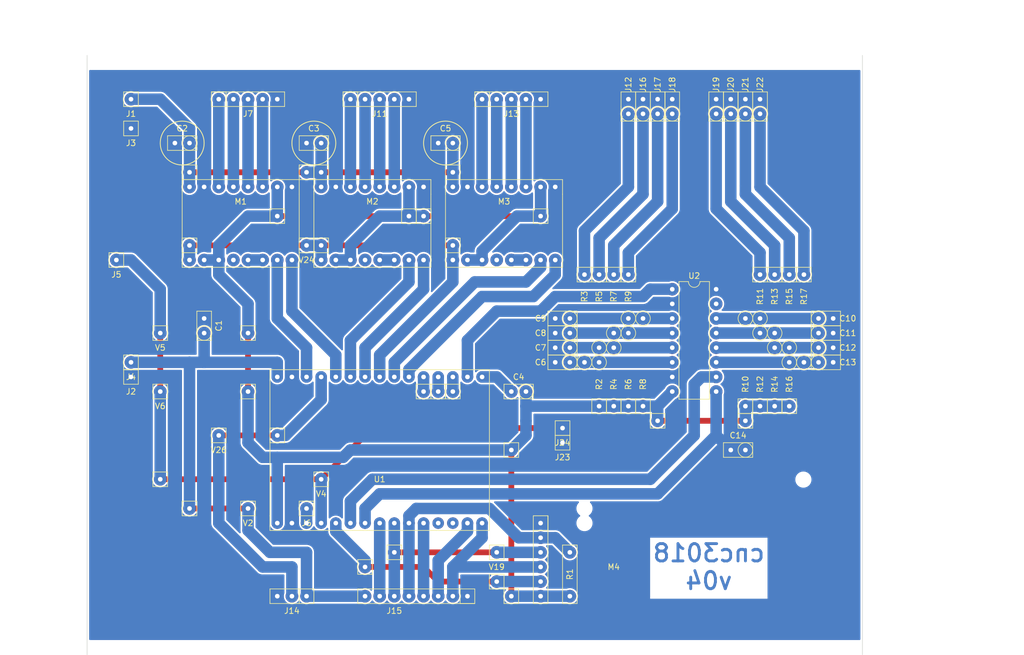
<source format=kicad_pcb>
(kicad_pcb (version 20171130) (host pcbnew "(5.1.6)-1")
  (layers (0 F.Cu signal) (31 B.Cu signal) (34 B.Paste user hide) (35 F.Paste user hide) (36 B.SilkS user hide) (37 F.SilkS user) (38 B.Mask user) (39 F.Mask user) (44 Edge.Cuts user))
  (net 0 "")
  (net 1 "Net-(C1-Pad1)")
  (net 2 "Net-(C1-Pad2)")
  (net 3 "Net-(C2-Pad1)")
  (net 4 "Net-(C4-Pad1)")
  (net 5 "Net-(C4-Pad2)")
  (net 6 "Net-(C6-Pad1)")
  (net 7 "Net-(C7-Pad1)")
  (net 8 "Net-(C8-Pad1)")
  (net 9 "Net-(C9-Pad1)")
  (net 10 "Net-(C10-Pad1)")
  (net 11 "Net-(C11-Pad1)")
  (net 12 "Net-(C12-Pad1)")
  (net 13 "Net-(C13-Pad1)")
  (net 14 "Net-(J6-Pad1)")
  (net 15 "Net-(J7-Pad1)")
  (net 16 "Net-(J7-Pad2)")
  (net 17 "Net-(J7-Pad3)")
  (net 18 "Net-(J7-Pad4)")
  (net 19 "Net-(J8-Pad1)")
  (net 20 "Net-(J9-Pad1)")
  (net 21 "Net-(J10-Pad1)")
  (net 22 "Net-(J11-Pad4)")
  (net 23 "Net-(J11-Pad3)")
  (net 24 "Net-(J11-Pad2)")
  (net 25 "Net-(J11-Pad1)")
  (net 26 "Net-(J12-Pad1)")
  (net 27 "Net-(J13-Pad1)")
  (net 28 "Net-(J13-Pad2)")
  (net 29 "Net-(J13-Pad3)")
  (net 30 "Net-(J13-Pad4)")
  (net 31 "Net-(J14-Pad2)")
  (net 32 "Net-(J15-Pad2)")
  (net 33 "Net-(J15-Pad3)")
  (net 34 "Net-(J15-Pad4)")
  (net 35 "Net-(J15-Pad5)")
  (net 36 "Net-(J15-Pad6)")
  (net 37 "Net-(J15-Pad7)")
  (net 38 "Net-(J16-Pad1)")
  (net 39 "Net-(J17-Pad1)")
  (net 40 "Net-(J18-Pad1)")
  (net 41 "Net-(J19-Pad1)")
  (net 42 "Net-(J20-Pad1)")
  (net 43 "Net-(J21-Pad1)")
  (net 44 "Net-(J22-Pad1)")
  (net 45 "Net-(M1-Pad1)")
  (net 46 "Net-(M1-Pad2)")
  (net 47 "Net-(M1-Pad3)")
  (net 48 "Net-(M1-Pad5)")
  (net 49 "Net-(M1-Pad8)")
  (net 50 "Net-(M2-Pad1)")
  (net 51 "Net-(M2-Pad2)")
  (net 52 "Net-(M2-Pad3)")
  (net 53 "Net-(M2-Pad5)")
  (net 54 "Net-(M3-Pad5)")
  (net 55 "Net-(M3-Pad3)")
  (net 56 "Net-(M3-Pad2)")
  (net 57 "Net-(M3-Pad1)")
  (net 58 "Net-(M4-Pad5)")
  (net 59 "Net-(U1-Pad14)")
  (net 60 "Net-(U1-Pad18)")
  (net 61 "Net-(U1-Pad19)")
  (net 62 "Net-(U1-Pad25)")
  (net 63 "Net-(U2-Pad15)")
  (net 64 "Net-(J24-Pad1)")
  (net 65 "Net-(C14-Pad2)")
  (module cnc3018-PCB:ESP32-DEV_0 (layer F.Cu) (at 53.34 -33.02)
    (fp_text reference U1 (at 0 5.08) (layer F.SilkS))
    (fp_text value ESP32_DEV_0)
    (pad 30 thru_hole circle (at -17.78 12.7) (size 2 2) (drill 0.8) (layers *.Cu *.Mask) (net 4 "Net-(C4-Pad1)"))
    (pad 29 thru_hole circle (at -15.24 12.7) (size 2 2) (drill 0.8) (layers *.Cu *.Mask) (net 2 "Net-(C1-Pad2)"))
    (pad 28 thru_hole circle (at -12.7 12.7) (size 2 2) (drill 0.8) (layers *.Cu *.Mask) (net 14 "Net-(J6-Pad1)"))
    (pad 27 thru_hole circle (at -10.16 12.7) (size 2 2) (drill 0.8) (layers *.Cu *.Mask) (net 64 "Net-(J24-Pad1)"))
    (pad 26 thru_hole circle (at -7.62 12.7) (size 2 2) (drill 0.8) (layers *.Cu *.Mask) (net 58 "Net-(M4-Pad5)"))
    (pad 25 thru_hole circle (at -5.08 12.7) (size 2 2) (drill 0.8) (layers *.Cu *.Mask) (net 62 "Net-(U1-Pad25)"))
    (pad 24 thru_hole circle (at -2.54 12.7) (size 2 2) (drill 0.8) (layers *.Cu *.Mask) (net 65 "Net-(C14-Pad2)"))
    (pad 23 thru_hole circle (at 0 12.7) (size 2 2) (drill 0.8) (layers *.Cu *.Mask) (net 37 "Net-(J15-Pad7)"))
    (pad 22 thru_hole circle (at 2.54 12.7) (size 2 2) (drill 0.8) (layers *.Cu *.Mask) (net 36 "Net-(J15-Pad6)"))
    (pad 21 thru_hole circle (at 5.08 12.7) (size 2 2) (drill 0.8) (layers *.Cu *.Mask) (net 35 "Net-(J15-Pad5)"))
    (pad 20 thru_hole circle (at 7.62 12.7) (size 2 2) (drill 0.8) (layers *.Cu *.Mask) (net 34 "Net-(J15-Pad4)"))
    (pad 19 thru_hole circle (at 10.16 12.7) (size 2 2) (drill 0.8) (layers *.Cu *.Mask) (net 61 "Net-(U1-Pad19)"))
    (pad 18 thru_hole circle (at 12.7 12.7) (size 2 2) (drill 0.8) (layers *.Cu *.Mask) (net 60 "Net-(U1-Pad18)"))
    (pad 17 thru_hole circle (at 15.24 12.7) (size 2 2) (drill 0.8) (layers *.Cu *.Mask) (net 33 "Net-(J15-Pad3)"))
    (pad 16 thru_hole circle (at 17.78 12.7) (size 2 2) (drill 0.8) (layers *.Cu *.Mask) (net 32 "Net-(J15-Pad2)"))
    (pad 15 thru_hole circle (at 17.78 -12.7) (size 2 2) (drill 0.8) (layers *.Cu *.Mask) (net 5 "Net-(C4-Pad2)"))
    (pad 14 thru_hole circle (at 15.24 -12.7) (size 2 2) (drill 0.8) (layers *.Cu *.Mask) (net 59 "Net-(U1-Pad14)"))
    (pad 13 thru_hole circle (at 12.7 -12.7) (size 2 2) (drill 0.8) (layers *.Cu *.Mask) (net 21 "Net-(J10-Pad1)"))
    (pad 12 thru_hole circle (at 10.16 -12.7) (size 2 2) (drill 0.8) (layers *.Cu *.Mask) (net 20 "Net-(J9-Pad1)"))
    (pad 11 thru_hole circle (at 7.62 -12.7) (size 2 2) (drill 0.8) (layers *.Cu *.Mask) (net 19 "Net-(J8-Pad1)"))
    (pad 10 thru_hole circle (at 5.08 -12.7) (size 2 2) (drill 0.8) (layers *.Cu *.Mask) (net 57 "Net-(M3-Pad1)"))
    (pad 9 thru_hole circle (at 2.54 -12.7) (size 2 2) (drill 0.8) (layers *.Cu *.Mask) (net 56 "Net-(M3-Pad2)"))
    (pad 8 thru_hole circle (at 0 -12.7) (size 2 2) (drill 0.8) (layers *.Cu *.Mask) (net 49 "Net-(M1-Pad8)"))
    (pad 7 thru_hole circle (at -2.54 -12.7) (size 2 2) (drill 0.8) (layers *.Cu *.Mask) (net 50 "Net-(M2-Pad1)"))
    (pad 6 thru_hole circle (at -5.08 -12.7) (size 2 2) (drill 0.8) (layers *.Cu *.Mask) (net 51 "Net-(M2-Pad2)"))
    (pad 5 thru_hole circle (at -7.62 -12.7) (size 2 2) (drill 0.8) (layers *.Cu *.Mask) (net 45 "Net-(M1-Pad1)"))
    (pad 4 thru_hole circle (at -10.16 -12.7) (size 2 2) (drill 0.8) (layers *.Cu *.Mask) (net 31 "Net-(J14-Pad2)"))
    (pad 3 thru_hole circle (at -12.7 -12.7) (size 2 2) (drill 0.8) (layers *.Cu *.Mask) (net 46 "Net-(M1-Pad2)"))
    (pad 2 thru_hole circle (at -15.24 -12.7) (size 2 2) (drill 0.8) (layers *.Cu *.Mask) (net 2 "Net-(C1-Pad2)"))
    (pad 1 thru_hole circle (at -17.78 -12.7) (size 2 2) (drill 0.8) (layers *.Cu *.Mask) (net 1 "Net-(C1-Pad1)"))
  )
  (module cnc3018-PCB:my2pin (layer F.Cu) (at 22.86 -53.34 90)
    (fp_text reference C1 (at 1.27 2.54 90) (layer F.SilkS))
    (fp_text value 33uf)
    (pad 1 thru_hole circle (at 0 0 90) (size 2.2 2.2) (drill 0.8) (layers *.Cu *.Mask) (net 1 "Net-(C1-Pad1)"))
    (pad 2 thru_hole circle (at 2.54 0 90) (size 2.2 2.2) (drill 0.8) (layers *.Cu *.Mask) (net 2 "Net-(C1-Pad2)"))
  )
  (module cnc3018-PCB:my2pin (layer F.Cu) (at 20.32 -86.36 180)
    (fp_text reference C2 (at 1.27 2.54) (layer F.SilkS))
    (fp_text value 100uf)
    (pad 1 thru_hole circle (at 0 0 180) (size 2.2 2.2) (drill 0.8) (layers *.Cu *.Mask) (net 3 "Net-(C2-Pad1)"))
    (pad 2 thru_hole circle (at 2.54 0 180) (size 2.2 2.2) (drill 0.8) (layers *.Cu *.Mask) (net 2 "Net-(C1-Pad2)"))
  )
  (module cnc3018-PCB:my2pin (layer F.Cu) (at 43.18 -86.36 180)
    (fp_text reference C3 (at 1.27 2.54) (layer F.SilkS))
    (fp_text value 100uf)
    (pad 2 thru_hole circle (at 2.54 0 180) (size 2.2 2.2) (drill 0.8) (layers *.Cu *.Mask) (net 2 "Net-(C1-Pad2)"))
    (pad 1 thru_hole circle (at 0 0 180) (size 2.2 2.2) (drill 0.8) (layers *.Cu *.Mask) (net 3 "Net-(C2-Pad1)"))
  )
  (module cnc3018-PCB:my2pin (layer F.Cu) (at 78.74 -43.18 180)
    (fp_text reference C4 (at 1.27 2.54) (layer F.SilkS))
    (fp_text value 10uF)
    (pad 1 thru_hole circle (at 0 0 180) (size 2.2 2.2) (drill 0.8) (layers *.Cu *.Mask) (net 4 "Net-(C4-Pad1)"))
    (pad 2 thru_hole circle (at 2.54 0 180) (size 2.2 2.2) (drill 0.8) (layers *.Cu *.Mask) (net 5 "Net-(C4-Pad2)"))
  )
  (module cnc3018-PCB:my2pin (layer F.Cu) (at 66.04 -86.36 180)
    (fp_text reference C5 (at 1.27 2.54) (layer F.SilkS))
    (fp_text value 100uf)
    (pad 1 thru_hole circle (at 0 0 180) (size 2.2 2.2) (drill 0.8) (layers *.Cu *.Mask) (net 3 "Net-(C2-Pad1)"))
    (pad 2 thru_hole circle (at 2.54 0 180) (size 2.2 2.2) (drill 0.8) (layers *.Cu *.Mask) (net 2 "Net-(C1-Pad2)"))
  )
  (module cnc3018-PCB:my2pin (layer F.Cu) (at 86.36 -48.26 180)
    (fp_text reference C6 (at 5.08 0) (layer F.SilkS))
    (fp_text value 100nf)
    (pad 1 thru_hole circle (at 0 0 180) (size 2.2 2.2) (drill 0.8) (layers *.Cu *.Mask) (net 6 "Net-(C6-Pad1)"))
    (pad 2 thru_hole circle (at 2.54 0 180) (size 2.2 2.2) (drill 0.8) (layers *.Cu *.Mask) (net 2 "Net-(C1-Pad2)"))
  )
  (module cnc3018-PCB:my2pin (layer F.Cu) (at 86.36 -50.8 180)
    (fp_text reference C7 (at 5.08 0) (layer F.SilkS))
    (fp_text value 100nf)
    (pad 2 thru_hole circle (at 2.54 0 180) (size 2.2 2.2) (drill 0.8) (layers *.Cu *.Mask) (net 2 "Net-(C1-Pad2)"))
    (pad 1 thru_hole circle (at 0 0 180) (size 2.2 2.2) (drill 0.8) (layers *.Cu *.Mask) (net 7 "Net-(C7-Pad1)"))
  )
  (module cnc3018-PCB:my2pin (layer F.Cu) (at 86.36 -53.34 180)
    (fp_text reference C8 (at 5.08 0) (layer F.SilkS))
    (fp_text value 100nf)
    (pad 1 thru_hole circle (at 0 0 180) (size 2.2 2.2) (drill 0.8) (layers *.Cu *.Mask) (net 8 "Net-(C8-Pad1)"))
    (pad 2 thru_hole circle (at 2.54 0 180) (size 2.2 2.2) (drill 0.8) (layers *.Cu *.Mask) (net 2 "Net-(C1-Pad2)"))
  )
  (module cnc3018-PCB:my2pin (layer F.Cu) (at 86.36 -55.88 180)
    (fp_text reference C9 (at 5.08 0) (layer F.SilkS))
    (fp_text value 100nf)
    (pad 2 thru_hole circle (at 2.54 0 180) (size 2.2 2.2) (drill 0.8) (layers *.Cu *.Mask) (net 2 "Net-(C1-Pad2)"))
    (pad 1 thru_hole circle (at 0 0 180) (size 2.2 2.2) (drill 0.8) (layers *.Cu *.Mask) (net 9 "Net-(C9-Pad1)"))
  )
  (module cnc3018-PCB:my2pin (layer F.Cu) (at 129.54 -55.88)
    (fp_text reference C10 (at 5.08 0) (layer F.SilkS))
    (fp_text value 100nf)
    (pad 1 thru_hole circle (at 0 0) (size 2.2 2.2) (drill 0.8) (layers *.Cu *.Mask) (net 10 "Net-(C10-Pad1)"))
    (pad 2 thru_hole circle (at 2.54 0) (size 2.2 2.2) (drill 0.8) (layers *.Cu *.Mask) (net 2 "Net-(C1-Pad2)"))
  )
  (module cnc3018-PCB:my2pin (layer F.Cu) (at 129.54 -53.34)
    (fp_text reference C11 (at 5.08 0) (layer F.SilkS))
    (fp_text value 100nf)
    (pad 2 thru_hole circle (at 2.54 0) (size 2.2 2.2) (drill 0.8) (layers *.Cu *.Mask) (net 2 "Net-(C1-Pad2)"))
    (pad 1 thru_hole circle (at 0 0) (size 2.2 2.2) (drill 0.8) (layers *.Cu *.Mask) (net 11 "Net-(C11-Pad1)"))
  )
  (module cnc3018-PCB:my2pin (layer F.Cu) (at 129.54 -50.8)
    (fp_text reference C12 (at 5.08 0) (layer F.SilkS))
    (fp_text value 100nf)
    (pad 1 thru_hole circle (at 0 0) (size 2.2 2.2) (drill 0.8) (layers *.Cu *.Mask) (net 12 "Net-(C12-Pad1)"))
    (pad 2 thru_hole circle (at 2.54 0) (size 2.2 2.2) (drill 0.8) (layers *.Cu *.Mask) (net 2 "Net-(C1-Pad2)"))
  )
  (module cnc3018-PCB:my2pin (layer F.Cu) (at 129.54 -48.26)
    (fp_text reference C13 (at 5.08 0) (layer F.SilkS))
    (fp_text value 100nf)
    (pad 2 thru_hole circle (at 2.54 0) (size 2.2 2.2) (drill 0.8) (layers *.Cu *.Mask) (net 2 "Net-(C1-Pad2)"))
    (pad 1 thru_hole circle (at 0 0) (size 2.2 2.2) (drill 0.8) (layers *.Cu *.Mask) (net 13 "Net-(C13-Pad1)"))
  )
  (module cnc3018-PCB:my1pin (layer F.Cu) (at 10.16 -93.98)
    (fp_text reference J1 (at 0 2.54) (layer F.SilkS))
    (fp_text value 24V)
    (pad 1 thru_hole circle (at 0 0) (size 2.2 2.2) (drill 0.8) (layers *.Cu *.Mask) (net 3 "Net-(C2-Pad1)"))
  )
  (module cnc3018-PCB:my1pin (layer F.Cu) (at 10.16 -45.72)
    (fp_text reference J2 (at 0 2.54) (layer F.SilkS))
    (fp_text value GND)
    (pad 1 thru_hole circle (at 0 0) (size 2.2 2.2) (drill 0.8) (layers *.Cu *.Mask) (net 2 "Net-(C1-Pad2)"))
  )
  (module cnc3018-PCB:my1pin (layer F.Cu) (at 10.16 -88.9)
    (fp_text reference J3 (at 0 2.54) (layer F.SilkS))
    (fp_text value GND)
    (pad 1 thru_hole circle (at 0 0) (size 2.2 2.2) (drill 0.8) (layers *.Cu *.Mask) (net 2 "Net-(C1-Pad2)"))
  )
  (module cnc3018-PCB:my1pin (layer F.Cu) (at 10.16 -48.26)
    (fp_text reference J4 (at 0 2.54) (layer F.SilkS))
    (fp_text value 5V)
    (pad 1 thru_hole circle (at 0 0) (size 2.2 2.2) (drill 0.8) (layers *.Cu *.Mask) (net 1 "Net-(C1-Pad1)"))
  )
  (module cnc3018-PCB:my1pin (layer F.Cu) (at 7.62 -66.04)
    (fp_text reference J5 (at 0 2.54) (layer F.SilkS))
    (fp_text value SPIN)
    (pad 1 thru_hole circle (at 0 0) (size 2.2 2.2) (drill 0.8) (layers *.Cu *.Mask) (net 64 "Net-(J24-Pad1)"))
  )
  (module cnc3018-PCB:my1pin (layer F.Cu) (at 40.64 -22.86)
    (fp_text reference J6 (at 0 2.54) (layer F.SilkS))
    (fp_text value bbb hide)
    (pad 1 thru_hole circle (at 0 0) (size 2.2 2.2) (drill 0.8) (layers *.Cu *.Mask) (net 14 "Net-(J6-Pad1)"))
  )
  (module cnc3018-PCB:my5Pin (layer F.Cu) (at 30.48 -93.98)
    (fp_text reference J7 (at 0 2.54) (layer F.SilkS))
    (fp_text value X)
    (pad 1 thru_hole circle (at -5.08 0) (size 2.2 2.2) (drill 0.8) (layers *.Cu *.Mask) (net 15 "Net-(J7-Pad1)"))
    (pad 2 thru_hole circle (at -2.54 0) (size 2.2 2.2) (drill 0.8) (layers *.Cu *.Mask) (net 16 "Net-(J7-Pad2)"))
    (pad 3 thru_hole circle (at 0 0) (size 2.2 2.2) (drill 0.8) (layers *.Cu *.Mask) (net 17 "Net-(J7-Pad3)"))
    (pad 4 thru_hole circle (at 2.54 0) (size 2.2 2.2) (drill 0.8) (layers *.Cu *.Mask) (net 18 "Net-(J7-Pad4)"))
    (pad 5 thru_hole circle (at 5.08 0) (size 2.2 2.2) (drill 0.8) (layers *.Cu *.Mask) (net 2 "Net-(C1-Pad2)"))
  )
  (module cnc3018-PCB:my1pin (layer F.Cu) (at 60.96 -43.18)
    (fp_text reference J8 hide)
    (fp_text value bbb hide)
    (pad 1 thru_hole circle (at 0 0) (size 2.2 2.2) (drill 0.8) (layers *.Cu *.Mask) (net 19 "Net-(J8-Pad1)"))
  )
  (module cnc3018-PCB:my1pin (layer F.Cu) (at 63.5 -43.18)
    (fp_text reference J9 hide)
    (fp_text value bbb hide)
    (pad 1 thru_hole circle (at 0 0) (size 2.2 2.2) (drill 0.8) (layers *.Cu *.Mask) (net 20 "Net-(J9-Pad1)"))
  )
  (module cnc3018-PCB:my1pin (layer F.Cu) (at 66.04 -43.18)
    (fp_text reference J10 hide)
    (fp_text value bbb hide)
    (pad 1 thru_hole circle (at 0 0) (size 2.2 2.2) (drill 0.8) (layers *.Cu *.Mask) (net 21 "Net-(J10-Pad1)"))
  )
  (module cnc3018-PCB:my5Pin (layer F.Cu) (at 53.34 -93.98)
    (fp_text reference J11 (at 0 2.54) (layer F.SilkS))
    (fp_text value Y)
    (pad 5 thru_hole circle (at 5.08 0) (size 2.2 2.2) (drill 0.8) (layers *.Cu *.Mask) (net 2 "Net-(C1-Pad2)"))
    (pad 4 thru_hole circle (at 2.54 0) (size 2.2 2.2) (drill 0.8) (layers *.Cu *.Mask) (net 22 "Net-(J11-Pad4)"))
    (pad 3 thru_hole circle (at 0 0) (size 2.2 2.2) (drill 0.8) (layers *.Cu *.Mask) (net 23 "Net-(J11-Pad3)"))
    (pad 2 thru_hole circle (at -2.54 0) (size 2.2 2.2) (drill 0.8) (layers *.Cu *.Mask) (net 24 "Net-(J11-Pad2)"))
    (pad 1 thru_hole circle (at -5.08 0) (size 2.2 2.2) (drill 0.8) (layers *.Cu *.Mask) (net 25 "Net-(J11-Pad1)"))
  )
  (module cnc3018-PCB:my2pin (layer F.Cu) (at 96.52 -91.44 90)
    (fp_text reference J12 (at 5.08 0 90) (layer F.SilkS))
    (fp_text value X_ZERO)
    (pad 2 thru_hole circle (at 2.54 0 90) (size 2.2 2.2) (drill 0.8) (layers *.Cu *.Mask) (net 2 "Net-(C1-Pad2)"))
    (pad 1 thru_hole circle (at 0 0 90) (size 2.2 2.2) (drill 0.8) (layers *.Cu *.Mask) (net 26 "Net-(J12-Pad1)"))
  )
  (module cnc3018-PCB:my5Pin (layer F.Cu) (at 76.2 -93.98)
    (fp_text reference J13 (at 0 2.54) (layer F.SilkS))
    (fp_text value Z)
    (pad 1 thru_hole circle (at -5.08 0) (size 2.2 2.2) (drill 0.8) (layers *.Cu *.Mask) (net 27 "Net-(J13-Pad1)"))
    (pad 2 thru_hole circle (at -2.54 0) (size 2.2 2.2) (drill 0.8) (layers *.Cu *.Mask) (net 28 "Net-(J13-Pad2)"))
    (pad 3 thru_hole circle (at 0 0) (size 2.2 2.2) (drill 0.8) (layers *.Cu *.Mask) (net 29 "Net-(J13-Pad3)"))
    (pad 4 thru_hole circle (at 2.54 0) (size 2.2 2.2) (drill 0.8) (layers *.Cu *.Mask) (net 30 "Net-(J13-Pad4)"))
    (pad 5 thru_hole circle (at 5.08 0) (size 2.2 2.2) (drill 0.8) (layers *.Cu *.Mask) (net 2 "Net-(C1-Pad2)"))
  )
  (module cnc3018-PCB:my3pin (layer F.Cu) (at 38.1 -7.62 180)
    (fp_text reference J14 (at 0 -2.54) (layer F.SilkS))
    (fp_text value "WS2812B Strip")
    (pad 1 thru_hole circle (at -2.54 0 180) (size 2.2 2.2) (drill 0.8) (layers *.Cu *.Mask) (net 1 "Net-(C1-Pad1)"))
    (pad 2 thru_hole circle (at 0 0 180) (size 2.2 2.2) (drill 0.8) (layers *.Cu *.Mask) (net 31 "Net-(J14-Pad2)"))
    (pad 3 thru_hole circle (at 2.54 0 180) (size 2.2 2.2) (drill 0.8) (layers *.Cu *.Mask) (net 2 "Net-(C1-Pad2)"))
  )
  (module cnc3018-PCB:my8Pin (layer F.Cu) (at 60.96 -7.62 180)
    (fp_text reference J15 (at 5.08 -2.54) (layer F.SilkS))
    (fp_text value Display)
    (pad 1 thru_hole circle (at -7.62 0 180) (size 2.2 2.2) (drill 0.8) (layers *.Cu *.Mask) (net 2 "Net-(C1-Pad2)"))
    (pad 2 thru_hole circle (at -5.08 0 180) (size 2.2 2.2) (drill 0.8) (layers *.Cu *.Mask) (net 32 "Net-(J15-Pad2)"))
    (pad 3 thru_hole circle (at -2.54 0 180) (size 2.2 2.2) (drill 0.8) (layers *.Cu *.Mask) (net 33 "Net-(J15-Pad3)"))
    (pad 4 thru_hole circle (at 0 0 180) (size 2.2 2.2) (drill 0.8) (layers *.Cu *.Mask) (net 34 "Net-(J15-Pad4)"))
    (pad 5 thru_hole circle (at 2.54 0 180) (size 2.2 2.2) (drill 0.8) (layers *.Cu *.Mask) (net 35 "Net-(J15-Pad5)"))
    (pad 6 thru_hole circle (at 5.08 0 180) (size 2.2 2.2) (drill 0.8) (layers *.Cu *.Mask) (net 36 "Net-(J15-Pad6)"))
    (pad 7 thru_hole circle (at 7.62 0 180) (size 2.2 2.2) (drill 0.8) (layers *.Cu *.Mask) (net 37 "Net-(J15-Pad7)"))
    (pad 8 thru_hole circle (at 10.16 0 180) (size 2.2 2.2) (drill 0.8) (layers *.Cu *.Mask) (net 1 "Net-(C1-Pad1)"))
  )
  (module cnc3018-PCB:my2pin (layer F.Cu) (at 99.06 -91.44 90)
    (fp_text reference J16 (at 5.08 0 90) (layer F.SilkS))
    (fp_text value X_LIM)
    (pad 1 thru_hole circle (at 0 0 90) (size 2.2 2.2) (drill 0.8) (layers *.Cu *.Mask) (net 38 "Net-(J16-Pad1)"))
    (pad 2 thru_hole circle (at 2.54 0 90) (size 2.2 2.2) (drill 0.8) (layers *.Cu *.Mask) (net 2 "Net-(C1-Pad2)"))
  )
  (module cnc3018-PCB:my2pin (layer F.Cu) (at 101.6 -91.44 90)
    (fp_text reference J17 (at 5.08 0 90) (layer F.SilkS))
    (fp_text value Y_ZERO)
    (pad 2 thru_hole circle (at 2.54 0 90) (size 2.2 2.2) (drill 0.8) (layers *.Cu *.Mask) (net 2 "Net-(C1-Pad2)"))
    (pad 1 thru_hole circle (at 0 0 90) (size 2.2 2.2) (drill 0.8) (layers *.Cu *.Mask) (net 39 "Net-(J17-Pad1)"))
  )
  (module cnc3018-PCB:my2pin (layer F.Cu) (at 104.14 -91.44 90)
    (fp_text reference J18 (at 5.08 0 90) (layer F.SilkS))
    (fp_text value Y_LIM)
    (pad 2 thru_hole circle (at 2.54 0 90) (size 2.2 2.2) (drill 0.8) (layers *.Cu *.Mask) (net 2 "Net-(C1-Pad2)"))
    (pad 1 thru_hole circle (at 0 0 90) (size 2.2 2.2) (drill 0.8) (layers *.Cu *.Mask) (net 40 "Net-(J18-Pad1)"))
  )
  (module cnc3018-PCB:my2pin (layer F.Cu) (at 111.76 -91.44 90)
    (fp_text reference J19 (at 5.08 0 90) (layer F.SilkS))
    (fp_text value Z_ZERO)
    (pad 2 thru_hole circle (at 2.54 0 90) (size 2.2 2.2) (drill 0.8) (layers *.Cu *.Mask) (net 2 "Net-(C1-Pad2)"))
    (pad 1 thru_hole circle (at 0 0 90) (size 2.2 2.2) (drill 0.8) (layers *.Cu *.Mask) (net 41 "Net-(J19-Pad1)"))
  )
  (module cnc3018-PCB:my2pin (layer F.Cu) (at 114.3 -91.44 90)
    (fp_text reference J20 (at 5.08 0 90) (layer F.SilkS))
    (fp_text value Z_LIM)
    (pad 1 thru_hole circle (at 0 0 90) (size 2.2 2.2) (drill 0.8) (layers *.Cu *.Mask) (net 42 "Net-(J20-Pad1)"))
    (pad 2 thru_hole circle (at 2.54 0 90) (size 2.2 2.2) (drill 0.8) (layers *.Cu *.Mask) (net 2 "Net-(C1-Pad2)"))
  )
  (module cnc3018-PCB:my2pin (layer F.Cu) (at 116.84 -91.44 90)
    (fp_text reference J21 (at 5.08 0 90) (layer F.SilkS))
    (fp_text value PROBE)
    (pad 1 thru_hole circle (at 0 0 90) (size 2.2 2.2) (drill 0.8) (layers *.Cu *.Mask) (net 43 "Net-(J21-Pad1)"))
    (pad 2 thru_hole circle (at 2.54 0 90) (size 2.2 2.2) (drill 0.8) (layers *.Cu *.Mask) (net 2 "Net-(C1-Pad2)"))
  )
  (module cnc3018-PCB:my2pin (layer F.Cu) (at 119.38 -91.44 90)
    (fp_text reference J22 (at 5.08 0 90) (layer F.SilkS))
    (fp_text value UNUSED)
    (pad 2 thru_hole circle (at 2.54 0 90) (size 2.2 2.2) (drill 0.8) (layers *.Cu *.Mask) (net 2 "Net-(C1-Pad2)"))
    (pad 1 thru_hole circle (at 0 0 90) (size 2.2 2.2) (drill 0.8) (layers *.Cu *.Mask) (net 44 "Net-(J22-Pad1)"))
  )
  (module cnc3018-PCB:a498 (layer F.Cu) (at 30.48 -71.12 180)
    (fp_text reference M1 (at 1.27 5.08) (layer F.SilkS))
    (fp_text value A4988 hide)
    (pad 1 thru_hole circle (at -7.62 -5.08 180) (size 2.2 2.2) (drill 0.8) (layers *.Cu *.Mask) (net 45 "Net-(M1-Pad1)"))
    (pad 2 thru_hole circle (at -5.08 -5.08 180) (size 2.2 2.2) (drill 0.8) (layers *.Cu *.Mask) (net 46 "Net-(M1-Pad2)"))
    (pad 3 thru_hole circle (at -2.54 -5.08 180) (size 2.2 2.2) (drill 0.8) (layers *.Cu *.Mask) (net 47 "Net-(M1-Pad3)"))
    (pad 4 thru_hole circle (at 0 -5.08 180) (size 2.2 2.2) (drill 0.8) (layers *.Cu *.Mask) (net 47 "Net-(M1-Pad3)"))
    (pad 5 thru_hole circle (at 2.54 -5.08 180) (size 2.2 2.2) (drill 0.8) (layers *.Cu *.Mask) (net 48 "Net-(M1-Pad5)"))
    (pad 6 thru_hole circle (at 5.08 -5.08 180) (size 2.2 2.2) (drill 0.8) (layers *.Cu *.Mask) (net 4 "Net-(C4-Pad1)"))
    (pad 7 thru_hole circle (at 7.62 -5.08 180) (size 2.2 2.2) (drill 0.8) (layers *.Cu *.Mask) (net 4 "Net-(C4-Pad1)"))
    (pad 8 thru_hole circle (at 10.16 -5.08 180) (size 2.2 2.2) (drill 0.8) (layers *.Cu *.Mask) (net 49 "Net-(M1-Pad8)"))
    (pad 16 thru_hole circle (at -7.62 7.62 180) (size 2.2 2.2) (drill 0.8) (layers *.Cu *.Mask) (net 2 "Net-(C1-Pad2)"))
    (pad 15 thru_hole circle (at -5.08 7.62 180) (size 2.2 2.2) (drill 0.8) (layers *.Cu *.Mask) (net 4 "Net-(C4-Pad1)"))
    (pad 14 thru_hole circle (at -2.54 7.62 180) (size 2.2 2.2) (drill 0.8) (layers *.Cu *.Mask) (net 18 "Net-(J7-Pad4)"))
    (pad 13 thru_hole circle (at 0 7.62 180) (size 2.2 2.2) (drill 0.8) (layers *.Cu *.Mask) (net 17 "Net-(J7-Pad3)"))
    (pad 12 thru_hole circle (at 2.54 7.62 180) (size 2.2 2.2) (drill 0.8) (layers *.Cu *.Mask) (net 16 "Net-(J7-Pad2)"))
    (pad 11 thru_hole circle (at 5.08 7.62 180) (size 2.2 2.2) (drill 0.8) (layers *.Cu *.Mask) (net 15 "Net-(J7-Pad1)"))
    (pad 10 thru_hole circle (at 7.62 7.62 180) (size 2.2 2.2) (drill 0.8) (layers *.Cu *.Mask) (net 2 "Net-(C1-Pad2)"))
    (pad 9 thru_hole circle (at 10.16 7.62 180) (size 2.2 2.2) (drill 0.8) (layers *.Cu *.Mask) (net 3 "Net-(C2-Pad1)"))
  )
  (module cnc3018-PCB:a498 (layer F.Cu) (at 53.34 -71.12 180)
    (fp_text reference M2 (at 1.27 5.08) (layer F.SilkS))
    (fp_text value A4988 hide)
    (pad 1 thru_hole circle (at -7.62 -5.08 180) (size 2.2 2.2) (drill 0.8) (layers *.Cu *.Mask) (net 50 "Net-(M2-Pad1)"))
    (pad 2 thru_hole circle (at -5.08 -5.08 180) (size 2.2 2.2) (drill 0.8) (layers *.Cu *.Mask) (net 51 "Net-(M2-Pad2)"))
    (pad 3 thru_hole circle (at -2.54 -5.08 180) (size 2.2 2.2) (drill 0.8) (layers *.Cu *.Mask) (net 52 "Net-(M2-Pad3)"))
    (pad 4 thru_hole circle (at 0 -5.08 180) (size 2.2 2.2) (drill 0.8) (layers *.Cu *.Mask) (net 52 "Net-(M2-Pad3)"))
    (pad 5 thru_hole circle (at 2.54 -5.08 180) (size 2.2 2.2) (drill 0.8) (layers *.Cu *.Mask) (net 53 "Net-(M2-Pad5)"))
    (pad 6 thru_hole circle (at 5.08 -5.08 180) (size 2.2 2.2) (drill 0.8) (layers *.Cu *.Mask) (net 4 "Net-(C4-Pad1)"))
    (pad 7 thru_hole circle (at 7.62 -5.08 180) (size 2.2 2.2) (drill 0.8) (layers *.Cu *.Mask) (net 4 "Net-(C4-Pad1)"))
    (pad 8 thru_hole circle (at 10.16 -5.08 180) (size 2.2 2.2) (drill 0.8) (layers *.Cu *.Mask) (net 49 "Net-(M1-Pad8)"))
    (pad 16 thru_hole circle (at -7.62 7.62 180) (size 2.2 2.2) (drill 0.8) (layers *.Cu *.Mask) (net 2 "Net-(C1-Pad2)"))
    (pad 15 thru_hole circle (at -5.08 7.62 180) (size 2.2 2.2) (drill 0.8) (layers *.Cu *.Mask) (net 4 "Net-(C4-Pad1)"))
    (pad 14 thru_hole circle (at -2.54 7.62 180) (size 2.2 2.2) (drill 0.8) (layers *.Cu *.Mask) (net 22 "Net-(J11-Pad4)"))
    (pad 13 thru_hole circle (at 0 7.62 180) (size 2.2 2.2) (drill 0.8) (layers *.Cu *.Mask) (net 23 "Net-(J11-Pad3)"))
    (pad 12 thru_hole circle (at 2.54 7.62 180) (size 2.2 2.2) (drill 0.8) (layers *.Cu *.Mask) (net 24 "Net-(J11-Pad2)"))
    (pad 11 thru_hole circle (at 5.08 7.62 180) (size 2.2 2.2) (drill 0.8) (layers *.Cu *.Mask) (net 25 "Net-(J11-Pad1)"))
    (pad 10 thru_hole circle (at 7.62 7.62 180) (size 2.2 2.2) (drill 0.8) (layers *.Cu *.Mask) (net 2 "Net-(C1-Pad2)"))
    (pad 9 thru_hole circle (at 10.16 7.62 180) (size 2.2 2.2) (drill 0.8) (layers *.Cu *.Mask) (net 3 "Net-(C2-Pad1)"))
  )
  (module cnc3018-PCB:a498 (layer F.Cu) (at 76.2 -71.12 180)
    (fp_text reference M3 (at 1.27 5.08) (layer F.SilkS))
    (fp_text value A4988)
    (pad 9 thru_hole circle (at 10.16 7.62 180) (size 2.2 2.2) (drill 0.8) (layers *.Cu *.Mask) (net 3 "Net-(C2-Pad1)"))
    (pad 10 thru_hole circle (at 7.62 7.62 180) (size 2.2 2.2) (drill 0.8) (layers *.Cu *.Mask) (net 2 "Net-(C1-Pad2)"))
    (pad 11 thru_hole circle (at 5.08 7.62 180) (size 2.2 2.2) (drill 0.8) (layers *.Cu *.Mask) (net 27 "Net-(J13-Pad1)"))
    (pad 12 thru_hole circle (at 2.54 7.62 180) (size 2.2 2.2) (drill 0.8) (layers *.Cu *.Mask) (net 28 "Net-(J13-Pad2)"))
    (pad 13 thru_hole circle (at 0 7.62 180) (size 2.2 2.2) (drill 0.8) (layers *.Cu *.Mask) (net 29 "Net-(J13-Pad3)"))
    (pad 14 thru_hole circle (at -2.54 7.62 180) (size 2.2 2.2) (drill 0.8) (layers *.Cu *.Mask) (net 30 "Net-(J13-Pad4)"))
    (pad 15 thru_hole circle (at -5.08 7.62 180) (size 2.2 2.2) (drill 0.8) (layers *.Cu *.Mask) (net 4 "Net-(C4-Pad1)"))
    (pad 16 thru_hole circle (at -7.62 7.62 180) (size 2.2 2.2) (drill 0.8) (layers *.Cu *.Mask) (net 2 "Net-(C1-Pad2)"))
    (pad 8 thru_hole circle (at 10.16 -5.08 180) (size 2.2 2.2) (drill 0.8) (layers *.Cu *.Mask) (net 49 "Net-(M1-Pad8)"))
    (pad 7 thru_hole circle (at 7.62 -5.08 180) (size 2.2 2.2) (drill 0.8) (layers *.Cu *.Mask) (net 4 "Net-(C4-Pad1)"))
    (pad 6 thru_hole circle (at 5.08 -5.08 180) (size 2.2 2.2) (drill 0.8) (layers *.Cu *.Mask) (net 4 "Net-(C4-Pad1)"))
    (pad 5 thru_hole circle (at 2.54 -5.08 180) (size 2.2 2.2) (drill 0.8) (layers *.Cu *.Mask) (net 54 "Net-(M3-Pad5)"))
    (pad 4 thru_hole circle (at 0 -5.08 180) (size 2.2 2.2) (drill 0.8) (layers *.Cu *.Mask) (net 55 "Net-(M3-Pad3)"))
    (pad 3 thru_hole circle (at -2.54 -5.08 180) (size 2.2 2.2) (drill 0.8) (layers *.Cu *.Mask) (net 55 "Net-(M3-Pad3)"))
    (pad 2 thru_hole circle (at -5.08 -5.08 180) (size 2.2 2.2) (drill 0.8) (layers *.Cu *.Mask) (net 56 "Net-(M3-Pad2)"))
    (pad 1 thru_hole circle (at -7.62 -5.08 180) (size 2.2 2.2) (drill 0.8) (layers *.Cu *.Mask) (net 57 "Net-(M3-Pad1)"))
  )
  (module cnc3018-PCB:my6Pin (layer F.Cu) (at 81.28 -20.32 270)
    (fp_text reference M4 (at 7.62 -12.7 180) (layer F.SilkS))
    (fp_text value SD_TYP0)
    (pad 1 thru_hole circle (at 0 0 270) (size 2.2 2.2) (drill 0.8) (layers *.Cu *.Mask) (net 2 "Net-(C1-Pad2)"))
    (pad 2 thru_hole circle (at 2.54 0 270) (size 2.2 2.2) (drill 0.8) (layers *.Cu *.Mask) (net 35 "Net-(J15-Pad5)"))
    (pad 3 thru_hole circle (at 5.08 0 270) (size 2.2 2.2) (drill 0.8) (layers *.Cu *.Mask) (net 36 "Net-(J15-Pad6)"))
    (pad 4 thru_hole circle (at 7.62 0 270) (size 2.2 2.2) (drill 0.8) (layers *.Cu *.Mask) (net 32 "Net-(J15-Pad2)"))
    (pad 5 thru_hole circle (at 10.16 0 270) (size 2.2 2.2) (drill 0.8) (layers *.Cu *.Mask) (net 58 "Net-(M4-Pad5)"))
    (pad 6 thru_hole circle (at 12.7 0 270) (size 2.2 2.2) (drill 0.8) (layers *.Cu *.Mask) (net 4 "Net-(C4-Pad1)"))
  )
  (module cnc3018-PCB:myResistor (layer F.Cu) (at 86.36 -7.62 90)
    (fp_text reference R1 (at 3.81 0 90) (layer F.SilkS))
    (fp_text value 10K)
    (pad 1 thru_hole circle (at 0 0 90) (size 2.2 2.2) (drill 0.8) (layers *.Cu *.Mask) (net 4 "Net-(C4-Pad1)"))
    (pad 2 thru_hole circle (at 7.62 0 90) (size 2.2 2.2) (drill 0.8) (layers *.Cu *.Mask) (net 35 "Net-(J15-Pad5)"))
  )
  (module cnc3018-PCB:mySkip2 (layer F.Cu) (at 91.44 -40.64 90)
    (fp_text reference R2 (at 3.81 0 90) (layer F.SilkS))
    (fp_text value 10K)
    (pad 1 thru_hole circle (at 0 0 90) (size 2.2 2.2) (drill 0.8) (layers *.Cu *.Mask) (net 4 "Net-(C4-Pad1)"))
    (pad 2 thru_hole circle (at 7.62 0 90) (size 2.2 2.2) (drill 0.8) (layers *.Cu *.Mask) (net 6 "Net-(C6-Pad1)"))
  )
  (module cnc3018-PCB:mySkip5 (layer F.Cu) (at 88.9 -63.5 270)
    (fp_text reference R3 (at 3.81 0 90) (layer F.SilkS))
    (fp_text value 100)
    (pad 2 thru_hole circle (at 15.24 0 270) (size 2.2 2.2) (drill 0.8) (layers *.Cu *.Mask) (net 6 "Net-(C6-Pad1)"))
    (pad 1 thru_hole circle (at 0 0 270) (size 2.2 2.2) (drill 0.8) (layers *.Cu *.Mask) (net 26 "Net-(J12-Pad1)"))
  )
  (module cnc3018-PCB:mySkip3 (layer F.Cu) (at 93.98 -40.64 90)
    (fp_text reference R4 (at 3.81 0 90) (layer F.SilkS))
    (fp_text value 10K)
    (pad 1 thru_hole circle (at 0 0 90) (size 2.2 2.2) (drill 0.8) (layers *.Cu *.Mask) (net 4 "Net-(C4-Pad1)"))
    (pad 2 thru_hole circle (at 10.16 0 90) (size 2.2 2.2) (drill 0.8) (layers *.Cu *.Mask) (net 7 "Net-(C7-Pad1)"))
  )
  (module cnc3018-PCB:mySkip4 (layer F.Cu) (at 91.44 -63.5 270)
    (fp_text reference R5 (at 3.81 0 90) (layer F.SilkS))
    (fp_text value 100)
    (pad 2 thru_hole circle (at 12.7 0 270) (size 2.2 2.2) (drill 0.8) (layers *.Cu *.Mask) (net 7 "Net-(C7-Pad1)"))
    (pad 1 thru_hole circle (at 0 0 270) (size 2.2 2.2) (drill 0.8) (layers *.Cu *.Mask) (net 38 "Net-(J16-Pad1)"))
  )
  (module cnc3018-PCB:mySkip4 (layer F.Cu) (at 96.52 -40.64 90)
    (fp_text reference R6 (at 3.81 0 90) (layer F.SilkS))
    (fp_text value 10K)
    (pad 2 thru_hole circle (at 12.7 0 90) (size 2.2 2.2) (drill 0.8) (layers *.Cu *.Mask) (net 8 "Net-(C8-Pad1)"))
    (pad 1 thru_hole circle (at 0 0 90) (size 2.2 2.2) (drill 0.8) (layers *.Cu *.Mask) (net 4 "Net-(C4-Pad1)"))
  )
  (module cnc3018-PCB:mySkip3 (layer F.Cu) (at 93.98 -63.5 270)
    (fp_text reference R7 (at 3.81 0 90) (layer F.SilkS))
    (fp_text value 100)
    (pad 2 thru_hole circle (at 10.16 0 270) (size 2.2 2.2) (drill 0.8) (layers *.Cu *.Mask) (net 8 "Net-(C8-Pad1)"))
    (pad 1 thru_hole circle (at 0 0 270) (size 2.2 2.2) (drill 0.8) (layers *.Cu *.Mask) (net 39 "Net-(J17-Pad1)"))
  )
  (module cnc3018-PCB:mySkip5 (layer F.Cu) (at 99.06 -40.64 90)
    (fp_text reference R8 (at 3.81 0 90) (layer F.SilkS))
    (fp_text value 10K)
    (pad 2 thru_hole circle (at 15.24 0 90) (size 2.2 2.2) (drill 0.8) (layers *.Cu *.Mask) (net 9 "Net-(C9-Pad1)"))
    (pad 1 thru_hole circle (at 0 0 90) (size 2.2 2.2) (drill 0.8) (layers *.Cu *.Mask) (net 4 "Net-(C4-Pad1)"))
  )
  (module cnc3018-PCB:mySkip2 (layer F.Cu) (at 96.52 -63.5 270)
    (fp_text reference R9 (at 3.81 0 90) (layer F.SilkS))
    (fp_text value 100)
    (pad 2 thru_hole circle (at 7.62 0 270) (size 2.2 2.2) (drill 0.8) (layers *.Cu *.Mask) (net 9 "Net-(C9-Pad1)"))
    (pad 1 thru_hole circle (at 0 0 270) (size 2.2 2.2) (drill 0.8) (layers *.Cu *.Mask) (net 40 "Net-(J18-Pad1)"))
  )
  (module cnc3018-PCB:mySkip5 (layer F.Cu) (at 116.84 -40.64 90)
    (fp_text reference R10 (at 3.81 0 90) (layer F.SilkS))
    (fp_text value 10K)
    (pad 1 thru_hole circle (at 0 0 90) (size 2.2 2.2) (drill 0.8) (layers *.Cu *.Mask) (net 4 "Net-(C4-Pad1)"))
    (pad 2 thru_hole circle (at 15.24 0 90) (size 2.2 2.2) (drill 0.8) (layers *.Cu *.Mask) (net 10 "Net-(C10-Pad1)"))
  )
  (module cnc3018-PCB:mySkip2 (layer F.Cu) (at 119.38 -63.5 270)
    (fp_text reference R11 (at 3.81 0 90) (layer F.SilkS))
    (fp_text value 100)
    (pad 1 thru_hole circle (at 0 0 270) (size 2.2 2.2) (drill 0.8) (layers *.Cu *.Mask) (net 41 "Net-(J19-Pad1)"))
    (pad 2 thru_hole circle (at 7.62 0 270) (size 2.2 2.2) (drill 0.8) (layers *.Cu *.Mask) (net 10 "Net-(C10-Pad1)"))
  )
  (module cnc3018-PCB:mySkip4 (layer F.Cu) (at 119.38 -40.64 90)
    (fp_text reference R12 (at 3.81 0 90) (layer F.SilkS))
    (fp_text value 10K)
    (pad 1 thru_hole circle (at 0 0 90) (size 2.2 2.2) (drill 0.8) (layers *.Cu *.Mask) (net 4 "Net-(C4-Pad1)"))
    (pad 2 thru_hole circle (at 12.7 0 90) (size 2.2 2.2) (drill 0.8) (layers *.Cu *.Mask) (net 11 "Net-(C11-Pad1)"))
  )
  (module cnc3018-PCB:mySkip3 (layer F.Cu) (at 121.92 -63.5 270)
    (fp_text reference R13 (at 3.81 0 90) (layer F.SilkS))
    (fp_text value 100)
    (pad 1 thru_hole circle (at 0 0 270) (size 2.2 2.2) (drill 0.8) (layers *.Cu *.Mask) (net 42 "Net-(J20-Pad1)"))
    (pad 2 thru_hole circle (at 10.16 0 270) (size 2.2 2.2) (drill 0.8) (layers *.Cu *.Mask) (net 11 "Net-(C11-Pad1)"))
  )
  (module cnc3018-PCB:mySkip3 (layer F.Cu) (at 121.92 -40.64 90)
    (fp_text reference R14 (at 3.81 0 90) (layer F.SilkS))
    (fp_text value 10K)
    (pad 2 thru_hole circle (at 10.16 0 90) (size 2.2 2.2) (drill 0.8) (layers *.Cu *.Mask) (net 12 "Net-(C12-Pad1)"))
    (pad 1 thru_hole circle (at 0 0 90) (size 2.2 2.2) (drill 0.8) (layers *.Cu *.Mask) (net 4 "Net-(C4-Pad1)"))
  )
  (module cnc3018-PCB:mySkip4 (layer F.Cu) (at 124.46 -63.5 270)
    (fp_text reference R15 (at 3.81 0 90) (layer F.SilkS))
    (fp_text value 100)
    (pad 1 thru_hole circle (at 0 0 270) (size 2.2 2.2) (drill 0.8) (layers *.Cu *.Mask) (net 43 "Net-(J21-Pad1)"))
    (pad 2 thru_hole circle (at 12.7 0 270) (size 2.2 2.2) (drill 0.8) (layers *.Cu *.Mask) (net 12 "Net-(C12-Pad1)"))
  )
  (module cnc3018-PCB:mySkip2 (layer F.Cu) (at 124.46 -40.64 90)
    (fp_text reference R16 (at 3.81 0 90) (layer F.SilkS))
    (fp_text value 10K)
    (pad 2 thru_hole circle (at 7.62 0 90) (size 2.2 2.2) (drill 0.8) (layers *.Cu *.Mask) (net 13 "Net-(C13-Pad1)"))
    (pad 1 thru_hole circle (at 0 0 90) (size 2.2 2.2) (drill 0.8) (layers *.Cu *.Mask) (net 4 "Net-(C4-Pad1)"))
  )
  (module cnc3018-PCB:mySkip5 (layer F.Cu) (at 127 -63.5 270)
    (fp_text reference R17 (at 3.81 0 90) (layer F.SilkS))
    (fp_text value 100)
    (pad 1 thru_hole circle (at 0 0 270) (size 2.2 2.2) (drill 0.8) (layers *.Cu *.Mask) (net 44 "Net-(J22-Pad1)"))
    (pad 2 thru_hole circle (at 15.24 0 270) (size 2.2 2.2) (drill 0.8) (layers *.Cu *.Mask) (net 13 "Net-(C13-Pad1)"))
  )
  (module cnc3018-PCB:my1pin (layer F.Cu) (at 20.32 -22.86)
    (fp_text reference V1 hide)
    (fp_text value v30)
    (pad 1 thru_hole circle (at 0 0) (size 2.2 2.2) (drill 0.8) (layers *.Cu *.Mask) (net 1 "Net-(C1-Pad1)"))
  )
  (module cnc3018-PCB:my1pin (layer F.Cu) (at 30.48 -22.86)
    (fp_text reference V2 (at 0 2.54) (layer F.SilkS))
    (fp_text value v31)
    (pad 1 thru_hole circle (at 0 0) (size 2.2 2.2) (drill 0.8) (layers *.Cu *.Mask) (net 1 "Net-(C1-Pad1)"))
  )
  (module cnc3018-PCB:my1pin (layer F.Cu) (at 15.24 -27.94)
    (fp_text reference V3 hide)
    (fp_text value v40)
    (pad 1 thru_hole circle (at 0 0) (size 2.2 2.2) (drill 0.8) (layers *.Cu *.Mask) (net 64 "Net-(J24-Pad1)"))
  )
  (module cnc3018-PCB:my1pin (layer F.Cu) (at 43.18 -27.94)
    (fp_text reference V4 (at 0 2.54) (layer F.SilkS))
    (fp_text value v41)
    (pad 1 thru_hole circle (at 0 0) (size 2.2 2.2) (drill 0.8) (layers *.Cu *.Mask) (net 64 "Net-(J24-Pad1)"))
  )
  (module cnc3018-PCB:my1pin (layer F.Cu) (at 30.48 -53.34)
    (fp_text reference V7 hide)
    (fp_text value v14)
    (pad 1 thru_hole circle (at 0 0) (size 2.2 2.2) (drill 0.8) (layers *.Cu *.Mask) (net 4 "Net-(C4-Pad1)"))
  )
  (module cnc3018-PCB:my1pin (layer F.Cu) (at 30.48 -43.18)
    (fp_text reference V8 hide)
    (fp_text value v15)
    (pad 1 thru_hole circle (at 0 0) (size 2.2 2.2) (drill 0.8) (layers *.Cu *.Mask) (net 4 "Net-(C4-Pad1)"))
  )
  (module cnc3018-PCB:my1pin (layer F.Cu) (at 76.2 -33.02)
    (fp_text reference V9 hide)
    (fp_text value v16)
    (pad 1 thru_hole circle (at 0 0) (size 2.2 2.2) (drill 0.8) (layers *.Cu *.Mask) (net 4 "Net-(C4-Pad1)"))
  )
  (module cnc3018-PCB:my1pin (layer F.Cu) (at 76.2 -7.62)
    (fp_text reference V10 hide)
    (fp_text value v17)
    (pad 1 thru_hole circle (at 0 0) (size 2.2 2.2) (drill 0.8) (layers *.Cu *.Mask) (net 4 "Net-(C4-Pad1)"))
  )
  (module cnc3018-PCB:my1pin (layer F.Cu) (at 101.6 -38.1)
    (fp_text reference V11 hide)
    (fp_text value v18)
    (pad 1 thru_hole circle (at 0 0) (size 2.2 2.2) (drill 0.8) (layers *.Cu *.Mask) (net 4 "Net-(C4-Pad1)"))
  )
  (module cnc3018-PCB:my1pin (layer F.Cu) (at 116.84 -38.1)
    (fp_text reference V12 hide)
    (fp_text value v19)
    (pad 1 thru_hole circle (at 0 0) (size 2.2 2.2) (drill 0.8) (layers *.Cu *.Mask) (net 4 "Net-(C4-Pad1)"))
  )
  (module cnc3018-PCB:my1pin (layer F.Cu) (at 35.56 -73.66)
    (fp_text reference V13 hide)
    (fp_text value v10)
    (pad 1 thru_hole circle (at 0 0) (size 2.2 2.2) (drill 0.8) (layers *.Cu *.Mask) (net 4 "Net-(C4-Pad1)"))
  )
  (module cnc3018-PCB:my1pin (layer F.Cu) (at 20.32 -81.28)
    (fp_text reference V14 hide)
    (fp_text value v00)
    (pad 1 thru_hole circle (at 0 0) (size 2.2 2.2) (drill 0.8) (layers *.Cu *.Mask) (net 3 "Net-(C2-Pad1)"))
  )
  (module cnc3018-PCB:my1pin (layer F.Cu) (at 20.32 -68.58)
    (fp_text reference V15 hide)
    (fp_text value v20)
    (pad 1 thru_hole circle (at 0 0) (size 2.2 2.2) (drill 0.8) (layers *.Cu *.Mask) (net 49 "Net-(M1-Pad8)"))
  )
  (module cnc3018-PCB:my1pin (layer F.Cu) (at 50.8 -12.7)
    (fp_text reference V16 hide)
    (fp_text value v60)
    (pad 1 thru_hole circle (at 0 0) (size 2.2 2.2) (drill 0.8) (layers *.Cu *.Mask) (net 58 "Net-(M4-Pad5)"))
  )
  (module cnc3018-PCB:my1pin (layer F.Cu) (at 73.66 -10.16)
    (fp_text reference V17 hide)
    (fp_text value v61)
    (pad 1 thru_hole circle (at 0 0) (size 2.2 2.2) (drill 0.8) (layers *.Cu *.Mask) (net 58 "Net-(M4-Pad5)"))
  )
  (module cnc3018-PCB:my1pin (layer F.Cu) (at 55.88 -15.24)
    (fp_text reference V18 hide)
    (fp_text value v70)
    (pad 1 thru_hole circle (at 0 0) (size 2.2 2.2) (drill 0.8) (layers *.Cu *.Mask) (net 36 "Net-(J15-Pad6)"))
  )
  (module cnc3018-PCB:my1pin (layer F.Cu) (at 73.66 -15.24)
    (fp_text reference V19 (at 0 2.54) (layer F.SilkS))
    (fp_text value v71)
    (pad 1 thru_hole circle (at 0 0) (size 2.2 2.2) (drill 0.8) (layers *.Cu *.Mask) (net 36 "Net-(J15-Pad6)"))
  )
  (module cnc3018-PCB:my1pin (layer F.Cu) (at 40.64 -81.28)
    (fp_text reference V20 hide)
    (fp_text value v01)
    (pad 1 thru_hole circle (at 0 0) (size 2.2 2.2) (drill 0.8) (layers *.Cu *.Mask) (net 3 "Net-(C2-Pad1)"))
  )
  (module cnc3018-PCB:my1pin (layer F.Cu) (at 58.42 -73.66)
    (fp_text reference V21 hide)
    (fp_text value v11)
    (pad 1 thru_hole circle (at 0 0) (size 2.2 2.2) (drill 0.8) (layers *.Cu *.Mask) (net 4 "Net-(C4-Pad1)"))
  )
  (module cnc3018-PCB:my1pin (layer F.Cu) (at 60.96 -73.66)
    (fp_text reference V22 hide)
    (fp_text value v12)
    (pad 1 thru_hole circle (at 0 0) (size 2.2 2.2) (drill 0.8) (layers *.Cu *.Mask) (net 4 "Net-(C4-Pad1)"))
  )
  (module cnc3018-PCB:my1pin (layer F.Cu) (at 43.18 -81.28)
    (fp_text reference V23 hide)
    (fp_text value v02)
    (pad 1 thru_hole circle (at 0 0) (size 2.2 2.2) (drill 0.8) (layers *.Cu *.Mask) (net 3 "Net-(C2-Pad1)"))
  )
  (module cnc3018-PCB:my1pin (layer F.Cu) (at 40.64 -68.58)
    (fp_text reference V24 (at 0 2.54) (layer F.SilkS))
    (fp_text value v21)
    (pad 1 thru_hole circle (at 0 0) (size 2.2 2.2) (drill 0.8) (layers *.Cu *.Mask) (net 49 "Net-(M1-Pad8)"))
  )
  (module cnc3018-PCB:my1pin (layer F.Cu) (at 43.18 -68.58)
    (fp_text reference V25 hide)
    (fp_text value v22)
    (pad 1 thru_hole circle (at 0 0) (size 2.2 2.2) (drill 0.8) (layers *.Cu *.Mask) (net 49 "Net-(M1-Pad8)"))
  )
  (module cnc3018-PCB:my1pin (layer F.Cu) (at 25.4 -35.56)
    (fp_text reference V26 (at 0 2.54) (layer F.SilkS))
    (fp_text value v50)
    (pad 1 thru_hole circle (at 0 0) (size 2.2 2.2) (drill 0.8) (layers *.Cu *.Mask) (net 31 "Net-(J14-Pad2)"))
  )
  (module cnc3018-PCB:my1pin (layer F.Cu) (at 35.56 -35.56)
    (fp_text reference V27 hide)
    (fp_text value v51)
    (pad 1 thru_hole circle (at 0 0) (size 2.2 2.2) (drill 0.8) (layers *.Cu *.Mask) (net 31 "Net-(J14-Pad2)"))
  )
  (module cnc3018-PCB:my1pin (layer F.Cu) (at 81.28 -73.66)
    (fp_text reference V28 hide)
    (fp_text value v13)
    (pad 1 thru_hole circle (at 0 0) (size 2.2 2.2) (drill 0.8) (layers *.Cu *.Mask) (net 4 "Net-(C4-Pad1)"))
  )
  (module cnc3018-PCB:my1pin (layer F.Cu) (at 66.04 -68.58)
    (fp_text reference V29 hide)
    (fp_text value v23)
    (pad 1 thru_hole circle (at 0 0) (size 2.2 2.2) (drill 0.8) (layers *.Cu *.Mask) (net 49 "Net-(M1-Pad8)"))
  )
  (module cnc3018-PCB:my1pin (layer F.Cu) (at 66.04 -81.28)
    (fp_text reference V30 hide)
    (fp_text value v03)
    (pad 1 thru_hole circle (at 0 0) (size 2.2 2.2) (drill 0.8) (layers *.Cu *.Mask) (net 3 "Net-(C2-Pad1)"))
  )
  (module cnc3018-PCB:myDip16 (layer F.Cu) (at 104.14 -60.96)
    (fp_text reference U2 (at 3.81 -2.33) (layer F.SilkS))
    (fp_text value 74HC165)
    (pad 1 thru_hole circle (at 0 0) (size 2.2 2.2) (drill 0.8) (layers *.Cu *.Mask) (net 59 "Net-(U1-Pad14)"))
    (pad 9 thru_hole circle (at 7.62 17.78) (size 2.2 2.2) (drill 0.8) (layers *.Cu *.Mask) (net 65 "Net-(C14-Pad2)"))
    (pad 2 thru_hole circle (at 0 2.54) (size 2.2 2.2) (drill 0.8) (layers *.Cu *.Mask) (net 2 "Net-(C1-Pad2)"))
    (pad 10 thru_hole circle (at 7.62 15.24) (size 2.2 2.2) (drill 0.8) (layers *.Cu *.Mask) (net 62 "Net-(U1-Pad25)"))
    (pad 3 thru_hole circle (at 0 5.08) (size 2.2 2.2) (drill 0.8) (layers *.Cu *.Mask) (net 9 "Net-(C9-Pad1)"))
    (pad 11 thru_hole circle (at 7.62 12.7) (size 2.2 2.2) (drill 0.8) (layers *.Cu *.Mask) (net 13 "Net-(C13-Pad1)"))
    (pad 4 thru_hole circle (at 0 7.62) (size 2.2 2.2) (drill 0.8) (layers *.Cu *.Mask) (net 8 "Net-(C8-Pad1)"))
    (pad 12 thru_hole circle (at 7.62 10.16) (size 2.2 2.2) (drill 0.8) (layers *.Cu *.Mask) (net 12 "Net-(C12-Pad1)"))
    (pad 5 thru_hole circle (at 0 10.16) (size 2.2 2.2) (drill 0.8) (layers *.Cu *.Mask) (net 7 "Net-(C7-Pad1)"))
    (pad 13 thru_hole circle (at 7.62 7.62) (size 2.2 2.2) (drill 0.8) (layers *.Cu *.Mask) (net 11 "Net-(C11-Pad1)"))
    (pad 6 thru_hole circle (at 0 12.7) (size 2.2 2.2) (drill 0.8) (layers *.Cu *.Mask) (net 6 "Net-(C6-Pad1)"))
    (pad 14 thru_hole circle (at 7.62 5.08) (size 2.2 2.2) (drill 0.8) (layers *.Cu *.Mask) (net 10 "Net-(C10-Pad1)"))
    (pad 7 thru_hole circle (at 0 15.24) (size 2.2 2.2) (drill 0.8) (layers *.Cu *.Mask) (net 2 "Net-(C1-Pad2)"))
    (pad 15 thru_hole circle (at 7.62 2.54) (size 2.2 2.2) (drill 0.8) (layers *.Cu *.Mask) (net 63 "Net-(U2-Pad15)"))
    (pad 8 thru_hole circle (at 0 17.78) (size 2.2 2.2) (drill 0.8) (layers *.Cu *.Mask) (net 4 "Net-(C4-Pad1)"))
    (pad 16 thru_hole circle (at 7.62 0) (size 2.2 2.2) (drill 0.8) (layers *.Cu *.Mask) (net 2 "Net-(C1-Pad2)"))
  )
  (module cnc3018-PCB:my1pin (layer F.Cu) (at 15.24 -53.34)
    (fp_text reference V5 (at 0 2.54) (layer F.SilkS))
    (fp_text value v42)
    (pad 1 thru_hole circle (at 0 0) (size 2.2 2.2) (drill 0.8) (layers *.Cu *.Mask) (net 64 "Net-(J24-Pad1)"))
  )
  (module cnc3018-PCB:my1pin (layer F.Cu) (at 15.24 -43.18)
    (fp_text reference V6 (at 0 2.54) (layer F.SilkS))
    (fp_text value v43)
    (pad 1 thru_hole circle (at 0 0) (size 2.2 2.2) (drill 0.8) (layers *.Cu *.Mask) (net 64 "Net-(J24-Pad1)"))
  )
  (module cnc3018-PCB:my2pin (layer F.Cu) (at 116.84 -33.02 180)
    (fp_text reference C14 (at 1.27 2.54) (layer F.SilkS))
    (fp_text value 472nf)
    (pad 1 thru_hole circle (at 0 0 180) (size 2.2 2.2) (drill 0.8) (layers *.Cu *.Mask) (net 2 "Net-(C1-Pad2)"))
    (pad 2 thru_hole circle (at 2.54 0 180) (size 2.2 2.2) (drill 0.8) (layers *.Cu *.Mask) (net 65 "Net-(C14-Pad2)"))
  )
  (module cnc3018-PCB:my1pin (layer F.Cu) (at 85.09 -34.29)
    (fp_text reference J23 (at 0 2.54) (layer F.SilkS))
    (fp_text value GND)
    (pad 1 thru_hole circle (at 0 0) (size 2.2 2.2) (drill 0.8) (layers *.Cu *.Mask) (net 2 "Net-(C1-Pad2)"))
  )
  (module cnc3018-PCB:my1pin (layer F.Cu) (at 85.09 -36.83)
    (fp_text reference J24 (at 0 2.54) (layer F.SilkS))
    (fp_text value SPIN)
    (pad 1 thru_hole circle (at 0 0) (size 2.2 2.2) (drill 0.8) (layers *.Cu *.Mask) (net 64 "Net-(J24-Pad1)"))
  )
  (gr_text "cnc3018\nv04" (at 110.49 -12.7) (layer B.Cu) (effects (font (size 3 3) (thickness 0.5)) (justify mirror)))
  (gr_line (start 2.54 -101.6) (end 2.54 2.54) (layer Edge.Cuts) (width 0.1))
  (gr_line (start 137.16 -101.6) (end 137.16 2.54) (layer Edge.Cuts) (width 0.1))
  (gr_circle (center 64.77 -86.36) (end 64.77 -90.17) (layer F.SilkS) (width 0.15))
  (gr_circle (center 41.91 -86.36) (end 41.91 -90.17) (layer F.SilkS) (width 0.15))
  (gr_circle (center 19.05 -86.36) (end 19.05 -90.17) (layer F.SilkS) (width 0.15))
  (segment (start 22.86 -53.34) (end 22.86 -48.26) (width 2) (layer B.Cu) (net 1))
  (segment (start 40.64 -7.62) (end 50.8 -7.62) (width 2) (layer B.Cu) (net 1))
  (segment (start 20.32 -22.86) (end 20.32 -48.26) (width 2) (layer B.Cu) (net 1))
  (segment (start 22.86 -48.26) (end 20.32 -48.26) (width 2) (layer B.Cu) (net 1))
  (segment (start 20.32 -48.26) (end 10.16 -48.26) (width 2) (layer B.Cu) (net 1))
  (segment (start 30.48 -19.05) (end 30.48 -22.86) (width 2) (layer B.Cu) (net 1))
  (segment (start 34.29 -15.24) (end 30.48 -19.05) (width 2) (layer B.Cu) (net 1))
  (segment (start 40.64 -7.62) (end 40.64 -15.24) (width 2) (layer B.Cu) (net 1))
  (segment (start 40.64 -15.24) (end 34.29 -15.24) (width 2) (layer B.Cu) (net 1))
  (segment (start 20.32 -22.86) (end 30.48 -22.86) (width 1) (layer F.Cu) (net 1))
  (segment (start 35.56 -48.26) (end 35.56 -45.72) (width 2) (layer B.Cu) (net 1))
  (segment (start 22.86 -48.26) (end 35.56 -48.26) (width 2) (layer B.Cu) (net 1))
  (segment (start 66.04 -78.74) (end 66.04 -86.36) (width 2) (layer B.Cu) (net 3))
  (segment (start 43.18 -86.36) (end 43.18 -78.74) (width 2) (layer B.Cu) (net 3))
  (segment (start 20.32 -86.36) (end 20.32 -78.74) (width 2) (layer B.Cu) (net 3))
  (segment (start 20.32 -81.28) (end 40.64 -81.28) (width 1) (layer F.Cu) (net 3))
  (segment (start 43.18 -81.28) (end 66.04 -81.28) (width 1) (layer F.Cu) (net 3))
  (segment (start 43.18 -81.28) (end 40.64 -81.28) (width 2) (layer B.Cu) (net 3))
  (segment (start 20.32 -86.36) (end 20.32 -88.9) (width 2) (layer B.Cu) (net 3))
  (segment (start 20.32 -88.9) (end 15.24 -93.98) (width 2) (layer B.Cu) (net 3))
  (segment (start 15.24 -93.98) (end 10.16 -93.98) (width 2) (layer B.Cu) (net 3))
  (segment (start 22.86 -66.04) (end 25.4 -66.04) (width 2) (layer B.Cu) (net 4))
  (segment (start 45.72 -66.04) (end 48.26 -66.04) (width 2) (layer B.Cu) (net 4))
  (segment (start 68.58 -66.04) (end 71.12 -66.04) (width 2) (layer B.Cu) (net 4))
  (segment (start 35.56 -78.74) (end 35.56 -73.66) (width 2) (layer B.Cu) (net 4))
  (segment (start 58.42 -78.74) (end 58.42 -73.66) (width 2) (layer B.Cu) (net 4))
  (segment (start 58.42 -73.66) (end 60.96 -73.66) (width 2) (layer B.Cu) (net 4))
  (segment (start 25.4 -66.04) (end 25.4 -68.58) (width 2) (layer B.Cu) (net 4))
  (segment (start 25.4 -68.58) (end 30.48 -73.66) (width 2) (layer B.Cu) (net 4))
  (segment (start 30.48 -73.66) (end 35.56 -73.66) (width 2) (layer B.Cu) (net 4))
  (segment (start 48.26 -66.04) (end 48.26 -68.58) (width 2) (layer B.Cu) (net 4))
  (segment (start 48.26 -68.58) (end 53.34 -73.66) (width 2) (layer B.Cu) (net 4))
  (segment (start 53.34 -73.66) (end 58.42 -73.66) (width 2) (layer B.Cu) (net 4))
  (segment (start 71.12 -66.04) (end 71.12 -67.595634) (width 2) (layer B.Cu) (net 4))
  (segment (start 77.184366 -73.66) (end 81.28 -73.66) (width 2) (layer B.Cu) (net 4))
  (segment (start 71.12 -67.595634) (end 77.184366 -73.66) (width 2) (layer B.Cu) (net 4))
  (segment (start 81.28 -73.66) (end 81.28 -78.74) (width 2) (layer B.Cu) (net 4))
  (segment (start 35.56 -73.66) (end 58.42 -73.66) (width 1) (layer F.Cu) (net 4))
  (segment (start 60.96 -73.66) (end 81.28 -73.66) (width 1) (layer F.Cu) (net 4))
  (segment (start 76.2 -7.62) (end 81.28 -7.62) (width 2) (layer B.Cu) (net 4))
  (segment (start 81.28 -7.62) (end 86.36 -7.62) (width 2) (layer B.Cu) (net 4))
  (segment (start 78.74 -40.64) (end 99.06 -40.64) (width 2) (layer B.Cu) (net 4))
  (segment (start 78.74 -40.64) (end 78.74 -43.18) (width 2) (layer B.Cu) (net 4))
  (segment (start 78.74 -38.1) (end 78.74 -40.64) (width 2) (layer B.Cu) (net 4))
  (segment (start 101.6 -40.64) (end 104.14 -43.18) (width 2) (layer B.Cu) (net 4))
  (segment (start 99.06 -40.64) (end 101.6 -40.64) (width 2) (layer B.Cu) (net 4))
  (segment (start 116.84 -40.64) (end 124.46 -40.64) (width 2) (layer B.Cu) (net 4))
  (segment (start 101.6 -40.64) (end 101.6 -38.1) (width 2) (layer B.Cu) (net 4))
  (segment (start 116.84 -40.64) (end 116.84 -38.1) (width 2) (layer B.Cu) (net 4))
  (segment (start 101.6 -38.1) (end 116.84 -38.1) (width 1) (layer F.Cu) (net 4))
  (segment (start 76.2 -33.02) (end 76.2 -7.62) (width 1) (layer F.Cu) (net 4))
  (segment (start 25.4 -66.04) (end 25.4 -63.5) (width 2) (layer B.Cu) (net 4))
  (segment (start 25.4 -63.5) (end 27.94 -60.96) (width 2) (layer B.Cu) (net 4))
  (segment (start 27.94 -60.96) (end 30.48 -58.42) (width 2) (layer B.Cu) (net 4))
  (segment (start 30.48 -58.42) (end 30.48 -53.34) (width 2) (layer B.Cu) (net 4))
  (segment (start 76.2 -33.02) (end 78.74 -35.56) (width 2) (layer B.Cu) (net 4))
  (segment (start 78.74 -35.56) (end 78.74 -38.1) (width 2) (layer B.Cu) (net 4))
  (segment (start 46.99 -31.75) (end 48.26 -33.02) (width 2) (layer B.Cu) (net 4))
  (segment (start 30.48 -43.18) (end 30.48 -34.29) (width 2) (layer B.Cu) (net 4))
  (segment (start 48.26 -33.02) (end 76.2 -33.02) (width 2) (layer B.Cu) (net 4))
  (segment (start 30.48 -34.29) (end 33.02 -31.75) (width 2) (layer B.Cu) (net 4))
  (segment (start 35.56 -20.32) (end 35.56 -31.75) (width 2) (layer B.Cu) (net 4))
  (segment (start 33.02 -31.75) (end 35.56 -31.75) (width 2) (layer B.Cu) (net 4))
  (segment (start 35.56 -31.75) (end 46.99 -31.75) (width 2) (layer B.Cu) (net 4))
  (segment (start 30.48 -53.34) (end 30.48 -43.18) (width 1) (layer F.Cu) (net 4))
  (segment (start 71.12 -45.72) (end 73.66 -45.72) (width 2) (layer B.Cu) (net 5))
  (segment (start 73.66 -45.72) (end 76.2 -43.18) (width 2) (layer B.Cu) (net 5))
  (segment (start 86.36 -48.26) (end 104.14 -48.26) (width 2) (layer B.Cu) (net 6))
  (segment (start 86.36 -50.8) (end 104.14 -50.8) (width 2) (layer B.Cu) (net 7))
  (segment (start 86.36 -53.34) (end 104.14 -53.34) (width 2) (layer B.Cu) (net 8))
  (segment (start 86.36 -55.88) (end 104.14 -55.88) (width 2) (layer B.Cu) (net 9))
  (segment (start 111.76 -55.88) (end 129.54 -55.88) (width 2) (layer B.Cu) (net 10))
  (segment (start 111.76 -53.34) (end 129.54 -53.34) (width 2) (layer B.Cu) (net 11))
  (segment (start 111.76 -50.8) (end 129.54 -50.8) (width 2) (layer B.Cu) (net 12))
  (segment (start 111.76 -48.26) (end 129.54 -48.26) (width 2) (layer B.Cu) (net 13))
  (segment (start 15.24 -27.94) (end 43.18 -27.94) (width 1) (layer F.Cu) (net 64))
  (segment (start 43.18 -27.94) (end 43.18 -20.32) (width 2) (layer B.Cu) (net 64))
  (segment (start 7.62 -66.04) (end 10.16 -66.04) (width 2) (layer B.Cu) (net 64))
  (segment (start 15.24 -60.96) (end 15.24 -53.34) (width 2) (layer B.Cu) (net 64))
  (segment (start 10.16 -66.04) (end 15.24 -60.96) (width 2) (layer B.Cu) (net 64))
  (segment (start 15.24 -43.18) (end 15.24 -27.94) (width 2) (layer B.Cu) (net 64))
  (segment (start 15.24 -53.34) (end 15.24 -43.18) (width 1) (layer F.Cu) (net 64))
  (segment (start 40.64 -20.32) (end 40.64 -22.86) (width 2) (layer B.Cu) (net 14))
  (segment (start 25.4 -93.98) (end 25.4 -78.74) (width 2) (layer B.Cu) (net 15))
  (segment (start 27.94 -93.98) (end 27.94 -78.74) (width 2) (layer B.Cu) (net 16))
  (segment (start 30.48 -93.98) (end 30.48 -78.74) (width 2) (layer B.Cu) (net 17))
  (segment (start 33.02 -93.98) (end 33.02 -78.74) (width 2) (layer B.Cu) (net 18))
  (segment (start 60.96 -45.72) (end 60.96 -43.18) (width 2) (layer B.Cu) (net 19))
  (segment (start 63.5 -45.72) (end 63.5 -43.18) (width 2) (layer B.Cu) (net 20))
  (segment (start 66.04 -45.72) (end 66.04 -43.18) (width 2) (layer B.Cu) (net 21))
  (segment (start 55.88 -93.98) (end 55.88 -78.74) (width 2) (layer B.Cu) (net 22))
  (segment (start 53.34 -93.98) (end 53.34 -78.74) (width 2) (layer B.Cu) (net 23))
  (segment (start 50.8 -93.98) (end 50.8 -78.74) (width 2) (layer B.Cu) (net 24))
  (segment (start 48.26 -93.98) (end 48.26 -78.74) (width 2) (layer B.Cu) (net 25))
  (segment (start 96.52 -78.74) (end 88.9 -71.12) (width 2) (layer B.Cu) (net 26))
  (segment (start 88.9 -71.12) (end 88.9 -63.5) (width 2) (layer B.Cu) (net 26))
  (segment (start 96.52 -91.44) (end 96.52 -78.74) (width 2) (layer B.Cu) (net 26))
  (segment (start 71.12 -93.98) (end 71.12 -78.74) (width 2) (layer B.Cu) (net 27))
  (segment (start 73.66 -93.98) (end 73.66 -78.74) (width 2) (layer B.Cu) (net 28))
  (segment (start 76.2 -93.98) (end 76.2 -78.74) (width 2) (layer B.Cu) (net 29))
  (segment (start 78.74 -93.98) (end 78.74 -78.74) (width 2) (layer B.Cu) (net 30))
  (segment (start 43.18 -41.765787) (end 36.974213 -35.56) (width 2) (layer B.Cu) (net 31))
  (segment (start 36.974213 -35.56) (end 35.56 -35.56) (width 2) (layer B.Cu) (net 31))
  (segment (start 25.4 -20.32) (end 25.4 -35.56) (width 2) (layer B.Cu) (net 31))
  (segment (start 33.02 -12.7) (end 25.4 -20.32) (width 2) (layer B.Cu) (net 31))
  (segment (start 38.1 -7.62) (end 38.1 -12.7) (width 2) (layer B.Cu) (net 31))
  (segment (start 38.1 -12.7) (end 33.02 -12.7) (width 2) (layer B.Cu) (net 31))
  (segment (start 35.56 -35.56) (end 25.4 -35.56) (width 1) (layer F.Cu) (net 31))
  (segment (start 43.18 -45.72) (end 43.18 -41.765787) (width 2) (layer B.Cu) (net 31))
  (segment (start 71.12 -20.32) (end 71.12 -17.78) (width 2) (layer B.Cu) (net 32))
  (segment (start 66.04 -12.7) (end 66.04 -7.62) (width 2) (layer B.Cu) (net 32))
  (segment (start 71.12 -17.78) (end 66.04 -12.7) (width 2) (layer B.Cu) (net 32))
  (segment (start 81.28 -12.7) (end 76.2 -12.7) (width 2) (layer B.Cu) (net 32))
  (segment (start 76.2 -12.7) (end 66.04 -12.7) (width 2) (layer B.Cu) (net 32))
  (segment (start 68.58 -18.905787) (end 63.5 -13.825787) (width 2) (layer B.Cu) (net 33))
  (segment (start 63.5 -13.825787) (end 63.5 -7.62) (width 2) (layer B.Cu) (net 33))
  (segment (start 68.58 -20.32) (end 68.58 -18.905787) (width 2) (layer B.Cu) (net 33))
  (segment (start 60.96 -20.32) (end 60.96 -7.62) (width 2) (layer B.Cu) (net 34))
  (segment (start 58.42 -20.32) (end 58.42 -7.62) (width 2) (layer B.Cu) (net 35))
  (segment (start 86.36 -15.24) (end 83.82 -17.78) (width 2) (layer B.Cu) (net 35))
  (segment (start 83.82 -17.78) (end 81.28 -17.78) (width 2) (layer B.Cu) (net 35))
  (segment (start 81.28 -17.78) (end 77.47 -17.78) (width 2) (layer B.Cu) (net 35))
  (segment (start 77.47 -17.78) (end 72.39 -22.86) (width 2) (layer B.Cu) (net 35))
  (segment (start 72.39 -22.86) (end 59.69 -22.86) (width 2) (layer B.Cu) (net 35))
  (segment (start 58.42 -21.59) (end 58.42 -20.32) (width 2) (layer B.Cu) (net 35))
  (segment (start 59.69 -22.86) (end 58.42 -21.59) (width 2) (layer B.Cu) (net 35))
  (segment (start 55.88 -20.32) (end 55.88 -7.62) (width 2) (layer B.Cu) (net 36))
  (segment (start 81.28 -15.24) (end 73.66 -15.24) (width 2) (layer B.Cu) (net 36))
  (segment (start 73.66 -15.24) (end 55.88 -15.24) (width 1) (layer F.Cu) (net 36))
  (segment (start 53.34 -20.32) (end 53.34 -7.62) (width 2) (layer B.Cu) (net 37))
  (segment (start 91.44 -69.85) (end 91.44 -63.5) (width 2) (layer B.Cu) (net 38))
  (segment (start 99.06 -91.44) (end 99.06 -77.47) (width 2) (layer B.Cu) (net 38))
  (segment (start 99.06 -77.47) (end 91.44 -69.85) (width 2) (layer B.Cu) (net 38))
  (segment (start 93.98 -68.58) (end 93.98 -63.5) (width 2) (layer B.Cu) (net 39))
  (segment (start 101.6 -91.44) (end 101.6 -76.2) (width 2) (layer B.Cu) (net 39))
  (segment (start 101.6 -76.2) (end 93.98 -68.58) (width 2) (layer B.Cu) (net 39))
  (segment (start 96.52 -67.31) (end 96.52 -63.5) (width 2) (layer B.Cu) (net 40))
  (segment (start 104.14 -91.44) (end 104.14 -74.93) (width 2) (layer B.Cu) (net 40))
  (segment (start 104.14 -74.93) (end 96.52 -67.31) (width 2) (layer B.Cu) (net 40))
  (segment (start 119.38 -67.31) (end 119.38 -63.5) (width 2) (layer B.Cu) (net 41))
  (segment (start 111.76 -91.44) (end 111.76 -74.93) (width 2) (layer B.Cu) (net 41))
  (segment (start 111.76 -74.93) (end 119.38 -67.31) (width 2) (layer B.Cu) (net 41))
  (segment (start 121.92 -68.58) (end 121.92 -63.5) (width 2) (layer B.Cu) (net 42))
  (segment (start 114.3 -91.44) (end 114.3 -76.2) (width 2) (layer B.Cu) (net 42))
  (segment (start 114.3 -76.2) (end 121.92 -68.58) (width 2) (layer B.Cu) (net 42))
  (segment (start 116.84 -78.74) (end 116.84 -77.47) (width 2) (layer B.Cu) (net 43))
  (segment (start 116.84 -77.47) (end 124.46 -69.85) (width 2) (layer B.Cu) (net 43))
  (segment (start 124.46 -69.85) (end 124.46 -63.5) (width 2) (layer B.Cu) (net 43))
  (segment (start 116.84 -91.44) (end 116.84 -79.07999) (width 2) (layer B.Cu) (net 43))
  (segment (start 127 -71.12) (end 127 -63.5) (width 2) (layer B.Cu) (net 44))
  (segment (start 119.38 -91.44) (end 119.38 -78.74) (width 2) (layer B.Cu) (net 44))
  (segment (start 119.38 -78.74) (end 127 -71.12) (width 2) (layer B.Cu) (net 44))
  (segment (start 38.1 -66.04) (end 38.1 -57.15) (width 2) (layer B.Cu) (net 45))
  (segment (start 38.1 -57.15) (end 45.72 -49.53) (width 2) (layer B.Cu) (net 45))
  (segment (start 45.72 -49.53) (end 45.72 -45.72) (width 2) (layer B.Cu) (net 45))
  (segment (start 40.64 -50.8) (end 35.56 -55.88) (width 2) (layer B.Cu) (net 46))
  (segment (start 35.56 -55.88) (end 35.56 -66.04) (width 2) (layer B.Cu) (net 46))
  (segment (start 40.64 -50.8) (end 40.64 -45.72) (width 2) (layer B.Cu) (net 46))
  (segment (start 33.02 -66.04) (end 30.48 -66.04) (width 2) (layer B.Cu) (net 47))
  (segment (start 20.32 -68.58) (end 20.32 -66.04) (width 2) (layer B.Cu) (net 49))
  (segment (start 40.64 -68.58) (end 43.18 -68.58) (width 2) (layer B.Cu) (net 49))
  (segment (start 43.18 -68.58) (end 43.18 -66.04) (width 2) (layer B.Cu) (net 49))
  (segment (start 66.04 -68.58) (end 66.04 -66.04) (width 2) (layer B.Cu) (net 49))
  (segment (start 20.32 -68.58) (end 40.64 -68.58) (width 1) (layer F.Cu) (net 49))
  (segment (start 43.18 -68.58) (end 66.04 -68.58) (width 1) (layer F.Cu) (net 49))
  (segment (start 53.34 -49.53) (end 66.04 -62.23) (width 2) (layer B.Cu) (net 49))
  (segment (start 66.04 -62.23) (end 66.04 -66.04) (width 2) (layer B.Cu) (net 49))
  (segment (start 53.34 -49.53) (end 53.34 -45.72) (width 2) (layer B.Cu) (net 49))
  (segment (start 60.96 -66.04) (end 60.96 -60.96) (width 2) (layer B.Cu) (net 50))
  (segment (start 60.96 -60.96) (end 50.8 -50.8) (width 2) (layer B.Cu) (net 50))
  (segment (start 50.8 -50.8) (end 50.8 -45.72) (width 2) (layer B.Cu) (net 50))
  (segment (start 58.42 -62.23) (end 58.42 -66.04) (width 2) (layer B.Cu) (net 51))
  (segment (start 48.26 -52.07) (end 58.42 -62.23) (width 2) (layer B.Cu) (net 51))
  (segment (start 48.26 -52.07) (end 48.26 -45.72) (width 2) (layer B.Cu) (net 51))
  (segment (start 53.34 -66.04) (end 55.88 -66.04) (width 2) (layer B.Cu) (net 52))
  (segment (start 76.2 -66.04) (end 78.74 -66.04) (width 2) (layer B.Cu) (net 55))
  (segment (start 78.74 -62.23) (end 69.85 -62.23) (width 2) (layer B.Cu) (net 56))
  (segment (start 69.85 -62.23) (end 55.88 -48.26) (width 2) (layer B.Cu) (net 56))
  (segment (start 81.28 -66.04) (end 81.28 -64.77) (width 2) (layer B.Cu) (net 56))
  (segment (start 55.88 -48.26) (end 55.88 -45.72) (width 2) (layer B.Cu) (net 56))
  (segment (start 81.28 -64.77) (end 78.74 -62.23) (width 2) (layer B.Cu) (net 56))
  (segment (start 58.42 -46.99) (end 58.42 -45.72) (width 2) (layer B.Cu) (net 57))
  (segment (start 71.12 -59.69) (end 58.42 -46.99) (width 2) (layer B.Cu) (net 57))
  (segment (start 80.01 -59.69) (end 71.12 -59.69) (width 2) (layer B.Cu) (net 57))
  (segment (start 83.82 -66.04) (end 83.82 -63.5) (width 2) (layer B.Cu) (net 57))
  (segment (start 83.82 -63.5) (end 80.01 -59.69) (width 2) (layer B.Cu) (net 57))
  (segment (start 81.28 -10.16) (end 73.66 -10.16) (width 2) (layer B.Cu) (net 58))
  (segment (start 45.72 -18.905787) (end 50.8 -13.825787) (width 2) (layer B.Cu) (net 58))
  (segment (start 45.72 -20.32) (end 45.72 -18.905787) (width 2) (layer B.Cu) (net 58))
  (segment (start 50.8 -13.825787) (end 50.8 -12.7) (width 2) (layer B.Cu) (net 58))
  (segment (start 73.66 -10.16) (end 63.5 -10.16) (width 1) (layer F.Cu) (net 58))
  (segment (start 60.96 -12.7) (end 50.8 -12.7) (width 1) (layer F.Cu) (net 58))
  (segment (start 63.5 -10.16) (end 60.96 -12.7) (width 1) (layer F.Cu) (net 58))
  (segment (start 100.33 -60.96) (end 104.14 -60.96) (width 2) (layer B.Cu) (net 59))
  (segment (start 99.06 -59.69) (end 100.33 -60.96) (width 2) (layer B.Cu) (net 59))
  (segment (start 99.06 -59.69) (end 83.82 -59.69) (width 2) (layer B.Cu) (net 59))
  (segment (start 83.82 -59.69) (end 81.28 -57.15) (width 2) (layer B.Cu) (net 59))
  (segment (start 81.28 -57.15) (end 73.66 -57.15) (width 2) (layer B.Cu) (net 59))
  (segment (start 73.66 -57.15) (end 68.58 -52.07) (width 2) (layer B.Cu) (net 59))
  (segment (start 68.58 -46.99) (end 68.58 -45.72) (width 2) (layer B.Cu) (net 59))
  (segment (start 68.58 -52.07) (end 68.58 -46.99) (width 2) (layer B.Cu) (net 59))
  (segment (start 50.8 -20.32) (end 50.8 -22.86) (width 2) (layer B.Cu) (net 65))
  (segment (start 50.8 -22.86) (end 53.34 -25.4) (width 2) (layer B.Cu) (net 65))
  (segment (start 53.34 -25.4) (end 101.6 -25.4) (width 2) (layer B.Cu) (net 65))
  (segment (start 101.6 -25.4) (end 111.76 -35.56) (width 2) (layer B.Cu) (net 65))
  (segment (start 111.76 -35.56) (end 111.76 -43.18) (width 2) (layer B.Cu) (net 65))
  (segment (start 48.26 -24.13) (end 48.26 -20.32) (width 2) (layer B.Cu) (net 62))
  (segment (start 109.22 -45.72) (end 107.95 -44.45) (width 2) (layer B.Cu) (net 62))
  (segment (start 111.76 -45.72) (end 109.22 -45.72) (width 2) (layer B.Cu) (net 62))
  (segment (start 107.95 -44.45) (end 107.95 -35.56) (width 2) (layer B.Cu) (net 62))
  (segment (start 52.07 -27.94) (end 48.26 -24.13) (width 2) (layer B.Cu) (net 62))
  (segment (start 100.33 -27.94) (end 52.07 -27.94) (width 2) (layer B.Cu) (net 62))
  (segment (start 107.95 -35.56) (end 100.33 -27.94) (width 2) (layer B.Cu) (net 62))
  (segment (start 43.18 -27.94) (end 52.07 -36.83) (width 1) (layer F.Cu) (net 64))
  (segment (start 52.07 -36.83) (end 85.09 -36.83) (width 1) (layer F.Cu) (net 64))
  (segment (start 111.76 -35.56) (end 114.3 -33.02) (width 2) (layer B.Cu) (net 65))
  (zone (net 2) (net_name "Net-(C1-Pad2)") (layer B.Cu) (connect_pads yes (clearance 0.3)) (min_thickness 0.3) (fill yes (arc_segments 32) (thermal_gap 0.508) (thermal_bridge_width 0.508))
    (polygon (pts (xy 137.16 0) (xy 2.54 0) (xy 2.54 -99.06) (xy 137.16 -99.06)))
  )
)
</source>
